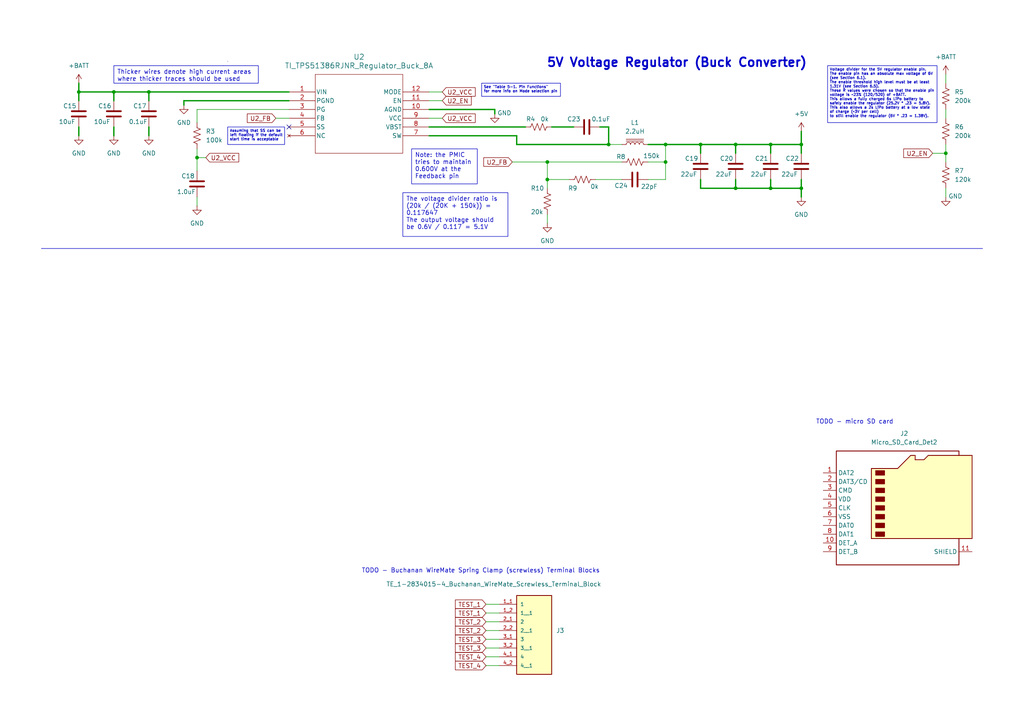
<source format=kicad_sch>
(kicad_sch (version 20231120) (generator "eeschema") (generator_version "8.0")
  (paper "A4")
  (lib_symbols
    (symbol "Connector:Micro_SD_Card_Det2"
      (property "Reference" "J" (at -16.51 17.78 0))
      (property "Value" "Micro_SD_Card_Det2" (at 16.51 17.78 0))
      (symbol "Micro_SD_Card_Det2_0_1"
        (rectangle (start -7.62 -6.985) (end -5.08 -8.255) (stroke (width 0.254)) (fill (type outline)))
        (rectangle (start -7.62 -4.445) (end -5.08 -5.715) (stroke (width 0.254)) (fill (type outline)))
        (rectangle (start -7.62 -1.905) (end -5.08 -3.175) (stroke (width 0.254)) (fill (type outline)))
        (rectangle (start -7.62 0.635) (end -5.08 -0.635) (stroke (width 0.254)) (fill (type outline)))
        (rectangle (start -7.62 3.175) (end -5.08 1.905) (stroke (width 0.254)) (fill (type outline)))
        (rectangle (start -7.62 5.715) (end -5.08 4.445) (stroke (width 0.254)) (fill (type outline)))
        (rectangle (start -7.62 8.255) (end -5.08 6.985) (stroke (width 0.254)) (fill (type outline)))
        (rectangle (start -7.62 10.795) (end -5.08 9.525) (stroke (width 0.254)) (fill (type outline)))
        (polyline (pts (xy 16.51 15.24) (xy 16.51 16.51) (xy -19.05 16.51) (xy -19.05 -16.51) (xy 16.51 -16.51) (xy 16.51 -8.89)) (stroke (width 0.254)))
        (polyline (pts (xy -8.89 -8.89) (xy -8.89 11.43) (xy -1.27 11.43) (xy 2.54 15.24) (xy 3.81 15.24) (xy 3.81 13.97) (xy 6.35 13.97) (xy 7.62 15.24) (xy 20.32 15.24) (xy 20.32 -8.89) (xy -8.89 -8.89)) (stroke (width 0.254)) (fill (type background)))
      )
      (symbol "Micro_SD_Card_Det2_1_1"
        (pin bidirectional line (at -22.86 10.16 0) (length 3.81) (name "DAT2") (number "1"))
        (pin passive line (at -22.86 -10.16 0) (length 3.81) (name "DET_A") (number "10"))
        (pin passive line (at 20.32 -12.7 180) (length 3.81) (name "SHIELD") (number "11"))
        (pin bidirectional line (at -22.86 7.62 0) (length 3.81) (name "DAT3/CD") (number "2"))
        (pin input line (at -22.86 5.08 0) (length 3.81) (name "CMD") (number "3"))
        (pin power_in line (at -22.86 2.54 0) (length 3.81) (name "VDD") (number "4"))
        (pin input line (at -22.86 0 0) (length 3.81) (name "CLK") (number "5"))
        (pin power_in line (at -22.86 -2.54 0) (length 3.81) (name "VSS") (number "6"))
        (pin bidirectional line (at -22.86 -5.08 0) (length 3.81) (name "DAT0") (number "7"))
        (pin bidirectional line (at -22.86 -7.62 0) (length 3.81) (name "DAT1") (number "8"))
        (pin passive line (at -22.86 -12.7 0) (length 3.81) (name "DET_B") (number "9"))
      )
    )
    (symbol "Device:C" (pin_numbers hide) (pin_names (offset 0.254))
      (property "Reference" "C" (at 0.635 2.54 0))
      (property "Value" "C" (at 0.635 -2.54 0))
      (symbol "C_0_1"
        (polyline (pts (xy -2.032 -0.762) (xy 2.032 -0.762)) (stroke (width 0.508)))
        (polyline (pts (xy -2.032 0.762) (xy 2.032 0.762)) (stroke (width 0.508)))
      )
      (symbol "C_1_1"
        (pin passive line (at 0 3.81 270) (length 2.794) (name "~") (number "1"))
        (pin passive line (at 0 -3.81 90) (length 2.794) (name "~") (number "2"))
      )
    )
    (symbol "Device:L_Iron" (pin_numbers hide) (pin_names (offset 1.016) hide)
      (property "Reference" "L" (at -1.27 0 90))
      (property "Value" "L_Iron" (at 2.794 0 90))
      (symbol "L_Iron_0_1"
        (arc (start 0 -2.54) (mid 0.6323 -1.905) (end 0 -1.27))
        (arc (start 0 -1.27) (mid 0.6323 -0.635) (end 0 0))
        (polyline (pts (xy 1.016 2.54) (xy 1.016 -2.54)))
        (polyline (pts (xy 1.524 -2.54) (xy 1.524 2.54)))
        (arc (start 0 0) (mid 0.6323 0.635) (end 0 1.27))
        (arc (start 0 1.27) (mid 0.6323 1.905) (end 0 2.54))
      )
      (symbol "L_Iron_1_1"
        (pin passive line (at 0 3.81 270) (length 1.27) (name "1") (number "1"))
        (pin passive line (at 0 -3.81 90) (length 1.27) (name "2") (number "2"))
      )
    )
    (symbol "Device:R_US" (pin_numbers hide) (pin_names (offset 0))
      (property "Reference" "R" (at 2.54 0 90))
      (property "Value" "R_US" (at -2.54 0 90))
      (symbol "R_US_0_1"
        (polyline (pts (xy 0 -2.286) (xy 0 -2.54)))
        (polyline (pts (xy 0 2.286) (xy 0 2.54)))
        (polyline (pts (xy 0 -0.762) (xy 1.016 -1.143) (xy 0 -1.524) (xy -1.016 -1.905) (xy 0 -2.286)))
        (polyline (pts (xy 0 0.762) (xy 1.016 0.381) (xy 0 0) (xy -1.016 -0.381) (xy 0 -0.762)))
        (polyline (pts (xy 0 2.286) (xy 1.016 1.905) (xy 0 1.524) (xy -1.016 1.143) (xy 0 0.762)))
      )
      (symbol "R_US_1_1"
        (pin passive line (at 0 3.81 270) (length 1.27) (name "~") (number "1"))
        (pin passive line (at 0 -3.81 90) (length 1.27) (name "~") (number "2"))
      )
    )
    (symbol "Imported_Symbols:TE_1-2834015-4_Buchanan_WireMate_Screwless_Terminal_Block" (pin_names (offset 1.016))
      (property "Reference" "J" (at -5.08 8.255 0))
      (property "Value" "TE_1-2834015-4_Buchanan_WireMate_Screwless_Terminal_Block" (at -5.08 -17.78 0))
      (symbol "TE_1-2834015-4_Buchanan_WireMate_Screwless_Terminal_Block_0_0"
        (rectangle (start -5.08 -15.24) (end 5.08 7.62) (stroke (width 0.254)) (fill (type background)))
        (pin passive line (at -10.16 5.08 0) (length 5.08) (name "1") (number "1_1"))
        (pin passive line (at -10.16 2.54 0) (length 5.08) (name "1__1") (number "1_2"))
        (pin passive line (at -10.16 0 0) (length 5.08) (name "2") (number "2_1"))
        (pin passive line (at -10.16 -2.54 0) (length 5.08) (name "2__1") (number "2_2"))
        (pin passive line (at -10.16 -5.08 0) (length 5.08) (name "3") (number "3_1"))
        (pin passive line (at -10.16 -7.62 0) (length 5.08) (name "3__1") (number "3_2"))
        (pin passive line (at -10.16 -10.16 0) (length 5.08) (name "4") (number "4_1"))
        (pin passive line (at -10.16 -12.7 0) (length 5.08) (name "4__1") (number "4_2"))
      )
    )
    (symbol "Imported_Symbols:TI_TPS51386RJNR_Regulator_Buck_8A" (pin_names (offset 0.254))
      (property "Reference" "U" (at 20.32 10.16 0))
      (property "Value" "TI_TPS51386RJNR_Regulator_Buck_8A" (at 20.32 7.62 0))
      (symbol "TI_TPS51386RJNR_Regulator_Buck_8A_0_1"
        (polyline (pts (xy 7.62 -17.78) (xy 33.02 -17.78)) (stroke (width 0.127)))
        (polyline (pts (xy 7.62 5.08) (xy 7.62 -17.78)) (stroke (width 0.127)))
        (polyline (pts (xy 33.02 -17.78) (xy 33.02 5.08)) (stroke (width 0.127)))
        (polyline (pts (xy 33.02 5.08) (xy 7.62 5.08)) (stroke (width 0.127)))
        (pin power_in line (at 0 0 0) (length 7.62) (name "VIN") (number "1"))
        (pin power_out line (at 40.64 -5.08 180) (length 7.62) (name "AGND") (number "10"))
        (pin input line (at 40.64 -2.54 180) (length 7.62) (name "EN") (number "11"))
        (pin input line (at 40.64 0 180) (length 7.62) (name "MODE") (number "12"))
        (pin power_out line (at 0 -2.54 0) (length 7.62) (name "PGND") (number "2"))
        (pin output line (at 0 -5.08 0) (length 7.62) (name "PG") (number "3"))
        (pin input line (at 0 -7.62 0) (length 7.62) (name "FB") (number "4"))
        (pin output line (at 0 -10.16 0) (length 7.62) (name "SS") (number "5"))
        (pin no_connect line (at 0 -12.7 0) (length 7.62) (name "NC") (number "6"))
        (pin output line (at 40.64 -12.7 180) (length 7.62) (name "SW") (number "7"))
        (pin input line (at 40.64 -10.16 180) (length 7.62) (name "VBST") (number "8"))
        (pin output line (at 40.64 -7.62 180) (length 7.62) (name "VCC") (number "9"))
      )
    )
    (symbol "power:+5V" (power) (pin_numbers hide) (pin_names (offset 0) hide)
      (property "Value" "+5V" (at 0 3.556 0))
      (symbol "+5V_0_1"
        (polyline (pts (xy -0.762 1.27) (xy 0 2.54)))
        (polyline (pts (xy 0 0) (xy 0 2.54)))
        (polyline (pts (xy 0 2.54) (xy 0.762 1.27)))
      )
      (symbol "+5V_1_1"
        (pin power_in line (at 0 0 90) (length 0) (name "~") (number "1"))
      )
    )
    (symbol "power:+BATT" (power) (pin_numbers hide) (pin_names (offset 0) hide)
      (property "Value" "+BATT" (at 0 3.556 0))
      (symbol "+BATT_0_1"
        (polyline (pts (xy -0.762 1.27) (xy 0 2.54)))
        (polyline (pts (xy 0 0) (xy 0 2.54)))
        (polyline (pts (xy 0 2.54) (xy 0.762 1.27)))
      )
      (symbol "+BATT_1_1"
        (pin power_in line (at 0 0 90) (length 0) (name "~") (number "1"))
      )
    )
    (symbol "power:GND" (power) (pin_numbers hide) (pin_names (offset 0) hide)
      (property "Value" "GND" (at 0 -3.81 0))
      (symbol "GND_0_1"
        (polyline (pts (xy 0 0) (xy 0 -1.27) (xy 1.27 -1.27) (xy 0 -2.54) (xy -1.27 -1.27) (xy 0 -1.27)))
      )
      (symbol "GND_1_1"
        (pin power_in line (at 0 0 270) (length 0) (name "~") (number "1"))
      )
    )
  )
  (junction (at 193.04 41.91))
  (junction (at 223.52 41.91))
  (junction (at 158.75 52.07))
  (junction (at 213.36 41.91))
  (junction (at 274.32 44.45))
  (junction (at 43.18 26.67))
  (junction (at 232.41 41.91))
  (junction (at 232.41 54.61))
  (junction (at 22.86 26.67))
  (junction (at 57.15 45.72))
  (junction (at 176.53 41.91))
  (junction (at 213.36 54.61))
  (junction (at 193.04 46.99))
  (junction (at 203.2 41.91))
  (junction (at 158.75 46.99))
  (junction (at 33.02 26.67))
  (junction (at 223.52 54.61))
  (no_connect (at 83.82 36.83))
  (wire (pts (xy 140.97 185.42) (xy 144.78 185.42)))
  (wire (pts (xy 213.36 52.07) (xy 213.36 54.61)) (stroke (width 0.381)))
  (wire (pts (xy 124.46 39.37) (xy 149.86 39.37)) (stroke (width 0.381)))
  (wire (pts (xy 43.18 26.67) (xy 83.82 26.67)) (stroke (width 0.381)))
  (wire (pts (xy 203.2 41.91) (xy 203.2 44.45)) (stroke (width 0.381)))
  (wire (pts (xy 176.53 41.91) (xy 180.34 41.91)))
  (wire (pts (xy 274.32 31.75) (xy 274.32 34.29)))
  (wire (pts (xy 160.02 36.83) (xy 166.37 36.83)) (stroke (width 0.381)))
  (wire (pts (xy 43.18 29.21) (xy 43.18 26.67)) (stroke (width 0.381)))
  (wire (pts (xy 193.04 41.91) (xy 203.2 41.91)) (stroke (width 0.381)))
  (wire (pts (xy 57.15 31.75) (xy 57.15 35.56)))
  (wire (pts (xy 193.04 52.07) (xy 187.96 52.07)))
  (wire (pts (xy 124.46 26.67) (xy 128.27 26.67)))
  (wire (pts (xy 140.97 175.26) (xy 144.78 175.26)))
  (wire (pts (xy 158.75 52.07) (xy 158.75 54.61)))
  (wire (pts (xy 140.97 180.34) (xy 144.78 180.34)))
  (wire (pts (xy 33.02 26.67) (xy 22.86 26.67)) (stroke (width 0.381)))
  (wire (pts (xy 57.15 45.72) (xy 59.69 45.72)))
  (wire (pts (xy 203.2 52.07) (xy 203.2 54.61)) (stroke (width 0.381)))
  (wire (pts (xy 158.75 52.07) (xy 158.75 46.99)))
  (polyline (pts (xy 285.0072 72.0724) (xy 12.0568 72.0724)))
  (wire (pts (xy 149.86 41.91) (xy 176.53 41.91)) (stroke (width 0.381)))
  (wire (pts (xy 83.82 29.21) (xy 53.34 29.21)) (stroke (width 0.381)))
  (wire (pts (xy 140.97 187.96) (xy 144.78 187.96)))
  (wire (pts (xy 22.86 26.67) (xy 22.86 29.21)) (stroke (width 0.381)))
  (wire (pts (xy 158.75 46.99) (xy 180.34 46.99)))
  (wire (pts (xy 53.34 29.21) (xy 53.34 30.48)) (stroke (width 0.381)))
  (wire (pts (xy 274.32 21.59) (xy 274.32 24.13)))
  (wire (pts (xy 165.1 52.07) (xy 158.75 52.07)))
  (wire (pts (xy 223.52 41.91) (xy 213.36 41.91)) (stroke (width 0.381)))
  (wire (pts (xy 33.02 26.67) (xy 43.18 26.67)) (stroke (width 0.381)))
  (wire (pts (xy 124.46 31.75) (xy 143.51 31.75)) (stroke (width 0.381)))
  (wire (pts (xy 193.04 46.99) (xy 187.96 46.99)))
  (wire (pts (xy 203.2 54.61) (xy 213.36 54.61)) (stroke (width 0.381)))
  (wire (pts (xy 57.15 57.15) (xy 57.15 59.69)))
  (wire (pts (xy 270.51 44.45) (xy 274.32 44.45)))
  (wire (pts (xy 33.02 36.83) (xy 33.02 39.37)) (stroke (width 0.381)))
  (wire (pts (xy 22.86 36.83) (xy 22.86 39.37)) (stroke (width 0.381)))
  (wire (pts (xy 148.59 46.99) (xy 158.75 46.99)))
  (wire (pts (xy 140.97 193.04) (xy 144.78 193.04)))
  (wire (pts (xy 223.52 52.07) (xy 223.52 54.61)) (stroke (width 0.381)))
  (wire (pts (xy 43.18 36.83) (xy 43.18 39.37)) (stroke (width 0.381)))
  (wire (pts (xy 140.97 177.8) (xy 144.78 177.8)))
  (wire (pts (xy 274.32 44.45) (xy 274.32 46.99)))
  (wire (pts (xy 140.97 182.88) (xy 144.78 182.88)))
  (wire (pts (xy 223.52 54.61) (xy 232.41 54.61)) (stroke (width 0.381)))
  (wire (pts (xy 213.36 44.45) (xy 213.36 41.91)) (stroke (width 0.381)))
  (wire (pts (xy 83.82 31.75) (xy 57.15 31.75)))
  (wire (pts (xy 140.97 190.5) (xy 144.78 190.5)))
  (wire (pts (xy 213.36 54.61) (xy 223.52 54.61)) (stroke (width 0.381)))
  (wire (pts (xy 149.86 39.37) (xy 149.86 41.91)) (stroke (width 0.381)))
  (wire (pts (xy 172.72 52.07) (xy 180.34 52.07)))
  (wire (pts (xy 193.04 41.91) (xy 193.04 46.99)))
  (wire (pts (xy 274.32 54.61) (xy 274.32 57.15)))
  (polyline (pts (xy 12.0568 72.0695) (xy 12.0568 72.0724)))
  (wire (pts (xy 213.36 41.91) (xy 203.2 41.91)) (stroke (width 0.381)))
  (wire (pts (xy 232.41 38.1) (xy 232.41 41.91)) (stroke (width 0.381)))
  (wire (pts (xy 274.32 41.91) (xy 274.32 44.45)))
  (wire (pts (xy 57.15 49.53) (xy 57.15 45.72)))
  (wire (pts (xy 232.41 44.45) (xy 232.41 41.91)) (stroke (width 0.381)))
  (wire (pts (xy 187.96 41.91) (xy 193.04 41.91)) (stroke (width 0.381)))
  (wire (pts (xy 232.41 52.07) (xy 232.41 54.61)) (stroke (width 0.381)))
  (wire (pts (xy 158.75 62.23) (xy 158.75 64.77)))
  (wire (pts (xy 124.46 36.83) (xy 152.4 36.83)) (stroke (width 0.381)))
  (wire (pts (xy 176.53 36.83) (xy 176.53 41.91)) (stroke (width 0.381)))
  (wire (pts (xy 80.01 34.29) (xy 83.82 34.29)))
  (wire (pts (xy 232.41 54.61) (xy 232.41 57.15)) (stroke (width 0.381)))
  (wire (pts (xy 232.41 41.91) (xy 223.52 41.91)) (stroke (width 0.381)))
  (wire (pts (xy 193.04 46.99) (xy 193.04 52.07)))
  (wire (pts (xy 143.51 31.75) (xy 143.51 33.02)) (stroke (width 0.381)))
  (wire (pts (xy 33.02 26.67) (xy 33.02 29.21)) (stroke (width 0.381)))
  (wire (pts (xy 57.15 45.72) (xy 57.15 43.18)))
  (wire (pts (xy 124.46 29.21) (xy 128.27 29.21)))
  (wire (pts (xy 173.99 36.83) (xy 176.53 36.83)) (stroke (width 0.381)))
  (wire (pts (xy 22.86 24.13) (xy 22.86 26.67)) (stroke (width 0.381)))
  (wire (pts (xy 223.52 44.45) (xy 223.52 41.91)) (stroke (width 0.381)))
  (wire (pts (xy 124.46 34.29) (xy 128.27 34.29)))
  (text_box "Note: the PMIC tries to maintain 0.600V at the Feedback pin" (at 119.38 43.18 0) (size 19.05 10.16) (effects (font (size 1.27 1.27)) (justify left top)))
  (text_box "Thicker wires denote high current areas where thicker traces should be used" (at 33.02 19.05 0) (size 41.91 5.08) (effects (font (size 1.27 1.27)) (justify left top)))
  (text_box "See \"Table 5-1. Pin Functions\"\nfor more info on Mode selection pin" (at 139.7 24.13 0) (size 22.86 3.81) (effects (font (size 0.762 0.762)) (justify left top)))
  (text_box "Voltage divider for the 5V regulator enable pin.\nThe enable pin has an absolute max voltage of 6V (see Section 6.1).\nThe enable threshold high level must be at least 1.31V (see Section 6.5).\nThese R values were chosen so that the enable pin voltage is ~23% (120/520) of +BATT.\nThis allows a fully charged 6s LiPo battery to safely enable the regulator (25.2V * .23 = 5.8V).\nThis also allows a 2s LiPo battery at a low state of charge (~3V per cell)\nto still enable the regulator (6V * .23 = 1.38V)." (at 240.03 19.05 0) (size 31.75 16.51) (effects (font (size 0.762 0.762)) (justify left top)))
  (text_box "" (at 64.77 19.05 0) (size 0 0) (effects (font (size 0.762 0.762)) (justify left top)))
  (text_box "The voltage divider ratio is (20k / (20K + 150k)) = 0.117647\nThe output voltage should be 0.6V / 0.117 = 5.1V" (at 116.84 55.88 0) (size 30.48 12.7) (effects (font (size 1.27 1.27)) (justify left top)))
  (text_box "" (at 71.12 19.05 0) (size 0 0) (effects (font (size 0.762 0.762)) (justify left top)))
  (text_box "" (at 66.04 17.78 0) (size 0 0) (effects (font (size 0.762 0.762)) (justify left top)))
  (text_box "Assuming that SS can be left floating if the default start time is acceptable" (at 66.04 36.83 0) (size 16.51 5.08) (effects (font (size 0.762 0.762)) (justify left top)))
  (text "5V Voltage Regulator (Buck Converter)" (at 196.342 18.288 0) (effects (font (size 2.54 2.54) (thickness 0.508) (bold yes))))
  (text "TODO - Buchanan WireMate Spring Clamp (screwless) Terminal Blocks" (at 139.446 165.608 0) (effects (font (size 1.27 1.27))))
  (text "TODO - micro SD card" (at 247.904 122.428 0) (effects (font (size 1.27 1.27))))
  (global_label "U2_EN" (shape input) (at 128.27 29.21 0) (property "Intersheetrefs" "${INTERSHEET_REFS}" (effects (hide yes))))
  (global_label "TEST_2" (shape input) (at 140.97 182.88 180) (property "Intersheetrefs" "${INTERSHEET_REFS}" (effects (hide yes))))
  (global_label "U2_FB" (shape input) (at 148.59 46.99 180) (property "Intersheetrefs" "${INTERSHEET_REFS}" (effects (hide yes))))
  (global_label "TEST_4" (shape input) (at 140.97 190.5 180) (property "Intersheetrefs" "${INTERSHEET_REFS}" (effects (hide yes))))
  (global_label "TEST_3" (shape input) (at 140.97 185.42 180) (property "Intersheetrefs" "${INTERSHEET_REFS}" (effects (hide yes))))
  (global_label "U2_FB" (shape input) (at 80.01 34.29 180) (property "Intersheetrefs" "${INTERSHEET_REFS}" (effects (hide yes))))
  (global_label "U2_VCC" (shape input) (at 59.69 45.72 0) (property "Intersheetrefs" "${INTERSHEET_REFS}" (effects (hide yes))))
  (global_label "U2_VCC" (shape input) (at 128.27 26.67 0) (property "Intersheetrefs" "${INTERSHEET_REFS}" (effects (hide yes))))
  (global_label "TEST_4" (shape input) (at 140.97 193.04 180) (property "Intersheetrefs" "${INTERSHEET_REFS}" (effects (hide yes))))
  (global_label "TEST_1" (shape input) (at 140.97 175.26 180) (property "Intersheetrefs" "${INTERSHEET_REFS}" (effects (hide yes))))
  (global_label "TEST_3" (shape input) (at 140.97 187.96 180) (property "Intersheetrefs" "${INTERSHEET_REFS}" (effects (hide yes))))
  (global_label "U2_VCC" (shape input) (at 128.27 34.29 0) (property "Intersheetrefs" "${INTERSHEET_REFS}" (effects (hide yes))))
  (global_label "U2_EN" (shape input) (at 270.51 44.45 180) (property "Intersheetrefs" "${INTERSHEET_REFS}" (effects (hide yes))))
  (global_label "TEST_2" (shape input) (at 140.97 180.34 180) (property "Intersheetrefs" "${INTERSHEET_REFS}" (effects (hide yes))))
  (global_label "TEST_1" (shape input) (at 140.97 177.8 180) (property "Intersheetrefs" "${INTERSHEET_REFS}" (effects (hide yes))))
  (symbol (lib_id "Device:R_US") (at 158.75 58.42 180) (unit 1)
    (property "Reference" "R10" (at 153.924 54.61 0) (effects (justify right)))
    (property "Value" "20k" (at 153.924 61.468 0) (effects (justify right)))
    (property "Footprint" "Resistor_SMD:R_0603_1608Metric" (effects (hide yes)))
    (property "Description" "Resistor, US symbol" (effects (hide yes)))
  )
  (symbol (lib_id "power:+BATT") (at 274.32 21.59 0) (unit 1)
    (property "Reference" "#PWR041" (effects (hide yes)))
    (property "Value" "+BATT" (at 274.32 16.51 0))
    (property "Description" "Power symbol creates a global label with name \"+BATT\"" (effects (hide yes)))
  )
  (symbol (lib_id "power:GND") (at 43.18 39.37 0) (unit 1)
    (property "Reference" "#PWR033" (effects (hide yes)))
    (property "Value" "GND" (at 43.18 44.45 0))
    (property "Description" "Power symbol creates a global label with name \"GND\" , ground" (effects (hide yes)))
  )
  (symbol (lib_id "power:GND") (at 57.15 59.69 0) (unit 1)
    (property "Reference" "#PWR036" (effects (hide yes)))
    (property "Value" "GND" (at 57.15 64.77 0))
    (property "Description" "Power symbol creates a global label with name \"GND\" , ground" (effects (hide yes)))
  )
  (symbol (lib_id "Device:R_US") (at 274.32 50.8 0) (unit 1)
    (property "Reference" "R7" (at 276.86 49.5299 0) (effects (justify left)))
    (property "Value" "120k" (at 276.86 52.0699 0) (effects (justify left)))
    (property "Footprint" "Resistor_SMD:R_0603_1608Metric" (effects (hide yes)))
    (property "Description" "Resistor, US symbol" (effects (hide yes)))
  )
  (symbol (lib_id "Device:L_Iron") (at 184.15 41.91 90) (unit 1)
    (property "Reference" "L1" (at 184.15 35.56 90))
    (property "Value" "2.2uH" (at 184.15 38.1 90))
    (property "Footprint" "Inductor_SMD:L_Coilcraft_XAL6060-XXX" (effects (hide yes)))
    (property "Datasheet" "https://www.coilcraft.com/en-us/products/power/shielded-inductors/molded-inductor/xgl/#/" (effects (hide yes)))
    (property "Description" "XGL6060-222MEC Inductor - Isat 16A, Irms 20.7A, 80V, 6.91 x 6.71 x 6.1 mm. Coilcraft XGL and XAL series are pad compatible" (effects (hide yes)))
    (property "Datasheet 2" "https://www.coilcraft.com/en-us/products/power/shielded-inductors/molded-inductor/xal/#/" (effects (hide yes)))
  )
  (symbol (lib_id "Device:C") (at 170.18 36.83 90) (unit 1)
    (property "Reference" "C23" (at 168.402 34.544 90) (effects (justify left)))
    (property "Value" "0.1uF" (at 177.038 34.544 90) (effects (justify left)))
    (property "Footprint" "Capacitor_SMD:C_0603_1608Metric" (effects (hide yes)))
    (property "Description" "Unpolarized capacitor" (effects (hide yes)))
  )
  (symbol (lib_id "power:GND") (at 22.86 39.37 0) (unit 1)
    (property "Reference" "#PWR031" (effects (hide yes)))
    (property "Value" "GND" (at 22.86 44.45 0))
    (property "Description" "Power symbol creates a global label with name \"GND\" , ground" (effects (hide yes)))
  )
  (symbol (lib_id "Device:R_US") (at 156.21 36.83 90) (unit 1)
    (property "Reference" "R4" (at 153.924 34.544 90))
    (property "Value" "0k" (at 157.988 34.544 90))
    (property "Footprint" "Resistor_SMD:R_0603_1608Metric" (effects (hide yes)))
    (property "Description" "Resistor, US symbol" (effects (hide yes)))
  )
  (symbol (lib_id "Device:C") (at 223.52 48.26 0) (unit 1)
    (property "Reference" "C21" (at 218.948 45.974 0) (effects (justify left)))
    (property "Value" "22uF" (at 217.678 50.546 0) (effects (justify left)))
    (property "Footprint" "Capacitor_SMD:C_1206_3216Metric" (effects (hide yes)))
    (property "Description" "Unpolarized capacitor" (effects (hide yes)))
  )
  (symbol (lib_id "power:GND") (at 232.41 57.15 0) (unit 1)
    (property "Reference" "#PWR040" (effects (hide yes)))
    (property "Value" "GND" (at 232.41 62.23 0))
    (property "Description" "Power symbol creates a global label with name \"GND\" , ground" (effects (hide yes)))
  )
  (symbol (lib_id "Connector:Micro_SD_Card_Det2") (at 261.62 147.32 0) (unit 1)
    (property "Reference" "J2" (at 262.255 125.73 0))
    (property "Value" "Micro_SD_Card_Det2" (at 262.255 128.27 0))
    (property "Footprint" "Connector_Card:microSD_HC_Molex_104031-0811" (effects (hide yes)))
    (property "Datasheet" "https://www.hirose.com/en/product/document?clcode=&productname=&series=DM3&documenttype=Catalog&lang=en&documentid=D49662_en" (effects (hide yes)))
    (property "Description" "Micro SD Card Socket with two card detection pins" (effects (hide yes)))
  )
  (symbol (lib_id "Device:C") (at 33.02 33.02 0) (unit 1)
    (property "Reference" "C16" (at 28.448 30.734 0) (effects (justify left)))
    (property "Value" "10uF" (at 27.178 35.306 0) (effects (justify left)))
    (property "Footprint" "Capacitor_SMD:C_1206_3216Metric" (effects (hide yes)))
    (property "Description" "High quality X5R or X7R capacitors recommended" (effects (hide yes)))
  )
  (symbol (lib_id "Device:C") (at 57.15 53.34 0) (unit 1)
    (property "Reference" "C18" (at 52.578 51.054 0) (effects (justify left)))
    (property "Value" "1.0uF" (at 51.308 55.626 0) (effects (justify left)))
    (property "Footprint" "Capacitor_SMD:C_0603_1608Metric" (effects (hide yes)))
    (property "Description" "Unpolarized capacitor" (effects (hide yes)))
  )
  (symbol (lib_id "Device:R_US") (at 274.32 38.1 0) (unit 1)
    (property "Reference" "R6" (at 276.86 36.8299 0) (effects (justify left)))
    (property "Value" "200k" (at 276.86 39.3699 0) (effects (justify left)))
    (property "Footprint" "Resistor_SMD:R_0603_1608Metric" (effects (hide yes)))
    (property "Description" "Resistor, US symbol" (effects (hide yes)))
  )
  (symbol (lib_id "Device:C") (at 203.2 48.26 0) (unit 1)
    (property "Reference" "C19" (at 198.628 45.974 0) (effects (justify left)))
    (property "Value" "22uF" (at 197.358 50.546 0) (effects (justify left)))
    (property "Footprint" "Capacitor_SMD:C_1206_3216Metric" (effects (hide yes)))
    (property "Description" "Unpolarized capacitor" (effects (hide yes)))
  )
  (symbol (lib_id "Device:C") (at 213.36 48.26 0) (unit 1)
    (property "Reference" "C20" (at 208.788 45.974 0) (effects (justify left)))
    (property "Value" "22uF" (at 207.518 50.546 0) (effects (justify left)))
    (property "Footprint" "Capacitor_SMD:C_1206_3216Metric" (effects (hide yes)))
    (property "Description" "Unpolarized capacitor" (effects (hide yes)))
  )
  (symbol (lib_id "Imported_Symbols:TE_1-2834015-4_Buchanan_WireMate_Screwless_Terminal_Block") (at 154.94 180.34 0) (unit 1)
    (property "Reference" "J3" (at 161.29 182.8799 0) (effects (justify left)))
    (property "Value" "TE_1-2834015-4_Buchanan_WireMate_Screwless_Terminal_Block" (at 112.014 169.418 0) (effects (justify left)))
    (property "Footprint" "Imported_Footprints:TE_1-2834015-4_Buchanan_WireMate_Screwless_Terminal_Block" (effects (hide yes)))
    (property "STANDARD" "IPC-7251" (effects (hide yes)))
    (property "MANUFACTURER" "TE Connectivity" (effects (hide yes)))
  )
  (symbol (lib_id "power:GND") (at 53.34 30.48 0) (unit 1)
    (property "Reference" "#PWR034" (effects (hide yes)))
    (property "Value" "GND" (at 53.34 35.56 0))
    (property "Description" "Power symbol creates a global label with name \"GND\" , ground" (effects (hide yes)))
  )
  (symbol (lib_id "Device:R_US") (at 274.32 27.94 0) (unit 1)
    (property "Reference" "R5" (at 276.86 26.6699 0) (effects (justify left)))
    (property "Value" "200k" (at 276.86 29.2099 0) (effects (justify left)))
    (property "Footprint" "Resistor_SMD:R_0603_1608Metric" (effects (hide yes)))
    (property "Description" "Resistor, US symbol" (effects (hide yes)))
  )
  (symbol (lib_id "Device:R_US") (at 184.15 46.99 90) (unit 1)
    (property "Reference" "R8" (at 180.086 45.466 90))
    (property "Value" "150k" (at 188.976 45.212 90))
    (property "Footprint" "Resistor_SMD:R_0603_1608Metric" (effects (hide yes)))
    (property "Description" "Resistor, US symbol" (effects (hide yes)))
  )
  (symbol (lib_id "Device:C") (at 184.15 52.07 90) (unit 1)
    (property "Reference" "C24" (at 182.118 53.848 90) (effects (justify left)))
    (property "Value" "22pF" (at 190.754 54.102 90) (effects (justify left)))
    (property "Footprint" "Capacitor_SMD:C_0603_1608Metric" (effects (hide yes)))
    (property "Description" "Unpolarized capacitor" (effects (hide yes)))
  )
  (symbol (lib_id "Device:C") (at 22.86 33.02 0) (unit 1)
    (property "Reference" "C15" (at 18.288 30.734 0) (effects (justify left)))
    (property "Value" "10uF" (at 17.018 35.306 0) (effects (justify left)))
    (property "Footprint" "Capacitor_SMD:C_1206_3216Metric" (effects (hide yes)))
    (property "Description" "High quality X5R or X7R capacitors recommended" (effects (hide yes)))
  )
  (symbol (lib_id "power:GND") (at 33.02 39.37 0) (unit 1)
    (property "Reference" "#PWR032" (effects (hide yes)))
    (property "Value" "GND" (at 33.02 44.45 0))
    (property "Description" "Power symbol creates a global label with name \"GND\" , ground" (effects (hide yes)))
  )
  (symbol (lib_id "Device:C") (at 43.18 33.02 0) (unit 1)
    (property "Reference" "C17" (at 38.608 30.734 0) (effects (justify left)))
    (property "Value" "0.1uF" (at 37.338 35.306 0) (effects (justify left)))
    (property "Footprint" "Capacitor_SMD:C_0603_1608Metric" (effects (hide yes)))
    (property "Description" "Unpolarized capacitor" (effects (hide yes)))
  )
  (symbol (lib_id "Device:C") (at 232.41 48.26 0) (unit 1)
    (property "Reference" "C22" (at 227.838 45.974 0) (effects (justify left)))
    (property "Value" "22uF" (at 226.568 50.546 0) (effects (justify left)))
    (property "Footprint" "Capacitor_SMD:C_1206_3216Metric" (effects (hide yes)))
    (property "Description" "Unpolarized capacitor" (effects (hide yes)))
  )
  (symbol (lib_id "power:GND") (at 274.32 57.15 0) (unit 1)
    (property "Reference" "#PWR042" (effects (hide yes)))
    (property "Value" "GND" (at 277.114 56.896 0))
    (property "Description" "Power symbol creates a global label with name \"GND\" , ground" (effects (hide yes)))
  )
  (symbol (lib_id "Device:R_US") (at 57.15 39.37 0) (unit 1)
    (property "Reference" "R3" (at 59.69 38.0999 0) (effects (justify left)))
    (property "Value" "100k" (at 59.69 40.6399 0) (effects (justify left)))
    (property "Footprint" "Resistor_SMD:R_0603_1608Metric" (effects (hide yes)))
    (property "Description" "Resistor, US symbol" (effects (hide yes)))
  )
  (symbol (lib_id "power:+BATT") (at 22.86 24.13 0) (unit 1)
    (property "Reference" "#PWR030" (effects (hide yes)))
    (property "Value" "+BATT" (at 22.86 19.05 0))
    (property "Description" "Power symbol creates a global label with name \"+BATT\"" (effects (hide yes)))
  )
  (symbol (lib_id "Device:R_US") (at 168.91 52.07 90) (unit 1)
    (property "Reference" "R9" (at 166.116 54.61 90))
    (property "Value" "0k" (at 172.466 54.102 90))
    (property "Footprint" "Resistor_SMD:R_0603_1608Metric" (effects (hide yes)))
    (property "Description" "Resistor, US symbol" (effects (hide yes)))
  )
  (symbol (lib_id "Imported_Symbols:TI_TPS51386RJNR_Regulator_Buck_8A") (at 83.82 26.67 0) (unit 1)
    (property "Reference" "U2" (at 104.14 16.51 0) (effects (font (size 1.524 1.524))))
    (property "Value" "TI_TPS51386RJNR_Regulator_Buck_8A" (at 104.14 19.05 0) (effects (font (size 1.524 1.524))))
    (property "Footprint" "Imported_Footprints:TI_TPS51386RJNR_VQFN-HR_REG_BUCK_8A" (effects (hide yes)))
    (property "Datasheet" "https://www.digikey.com/en/products/detail/texas-instruments/TPS51386RJNR/21521221" (effects (hide yes)))
    (property "Description" "Buck Switching Regulator IC Positive Adjustable 0.6-5.5V Output, 8A, 4.5-24V (28V abs max) input" (effects (hide yes)))
  )
  (symbol (lib_id "power:GND") (at 143.51 33.02 0) (unit 1)
    (property "Reference" "#PWR035" (effects (hide yes)))
    (property "Value" "GND" (at 146.304 32.766 0))
    (property "Description" "Power symbol creates a global label with name \"GND\" , ground" (effects (hide yes)))
  )
  (symbol (lib_id "power:GND") (at 158.75 64.77 0) (unit 1)
    (property "Reference" "#PWR038" (effects (hide yes)))
    (property "Value" "GND" (at 158.75 69.85 0))
    (property "Description" "Power symbol creates a global label with name \"GND\" , ground" (effects (hide yes)))
  )
  (symbol (lib_id "power:+5V") (at 232.41 38.1 0) (unit 1)
    (property "Reference" "#PWR037" (effects (hide yes)))
    (property "Value" "+5V" (at 232.41 33.02 0))
    (property "Description" "Power symbol creates a global label with name \"+5V\"" (effects (hide yes)))
  )
)
</source>
